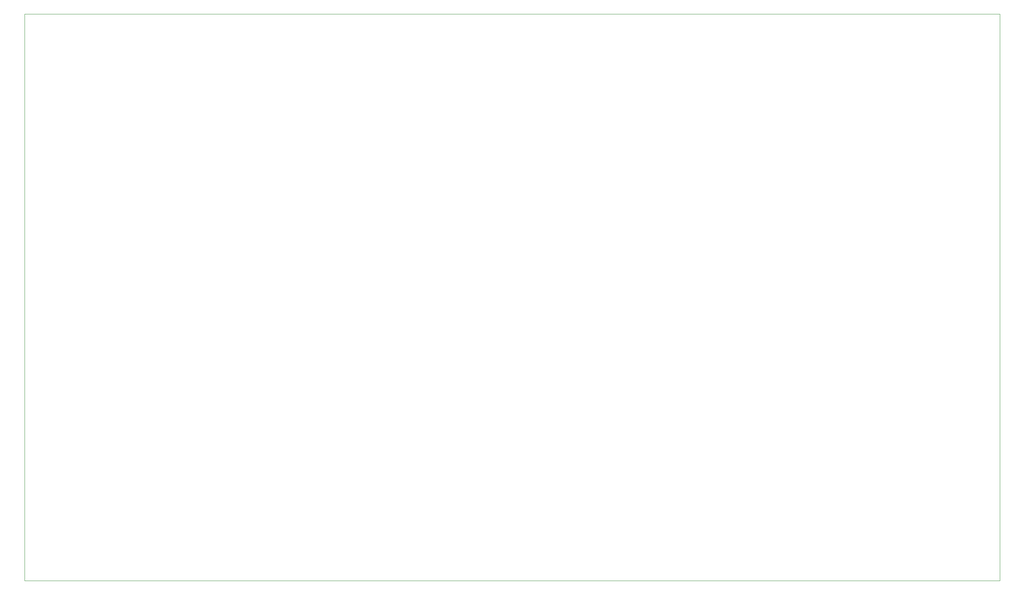
<source format=gbr>
G04 #@! TF.GenerationSoftware,KiCad,Pcbnew,(5.1.4)-1*
G04 #@! TF.CreationDate,2020-06-29T14:55:14+08:00*
G04 #@! TF.ProjectId,Kerbal Controller PCB,4b657262-616c-4204-936f-6e74726f6c6c,rev?*
G04 #@! TF.SameCoordinates,Original*
G04 #@! TF.FileFunction,Profile,NP*
%FSLAX46Y46*%
G04 Gerber Fmt 4.6, Leading zero omitted, Abs format (unit mm)*
G04 Created by KiCad (PCBNEW (5.1.4)-1) date 2020-06-29 14:55:14*
%MOMM*%
%LPD*%
G04 APERTURE LIST*
%ADD10C,0.050000*%
G04 APERTURE END LIST*
D10*
X247650000Y-17780000D02*
X29210000Y-17780000D01*
X247650000Y-144780000D02*
X247650000Y-17780000D01*
X29210000Y-144780000D02*
X247650000Y-144780000D01*
X29210000Y-17780000D02*
X29210000Y-144780000D01*
M02*

</source>
